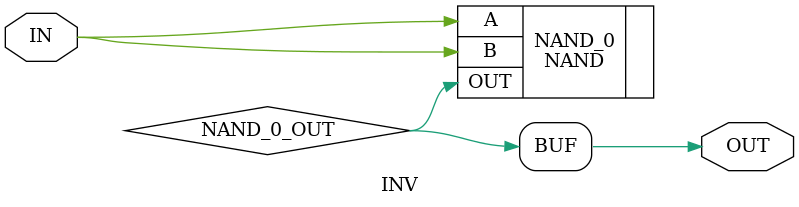
<source format=v>
module INV(
	output OUT,
	input IN
);

wire NAND_0_OUT;

NAND NAND_0(
	.OUT (NAND_0_OUT),
	.A (IN),
	.B (IN)
);
	
assign OUT = NAND_0_OUT;

endmodule

</source>
